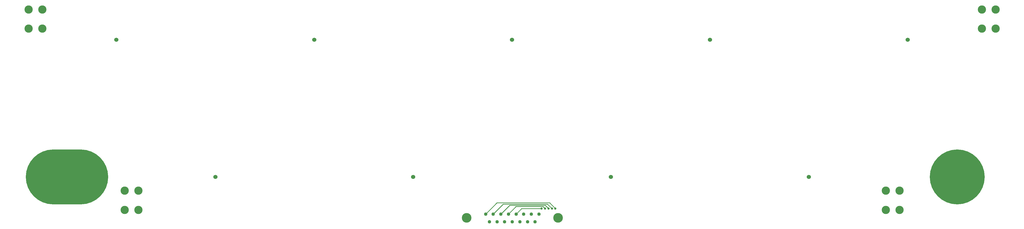
<source format=gbr>
%TF.GenerationSoftware,KiCad,Pcbnew,(5.1.6)-1*%
%TF.CreationDate,2022-08-08T14:05:23-07:00*%
%TF.ProjectId,NiCd Battery Shield - VP400KH,4e694364-2042-4617-9474-657279205368,1*%
%TF.SameCoordinates,Original*%
%TF.FileFunction,Copper,L2,Bot*%
%TF.FilePolarity,Positive*%
%FSLAX46Y46*%
G04 Gerber Fmt 4.6, Leading zero omitted, Abs format (unit mm)*
G04 Created by KiCad (PCBNEW (5.1.6)-1) date 2022-08-08 14:05:23*
%MOMM*%
%LPD*%
G01*
G04 APERTURE LIST*
%TA.AperFunction,ComponentPad*%
%ADD10C,1.524000*%
%TD*%
%TA.AperFunction,ComponentPad*%
%ADD11C,1.250000*%
%TD*%
%TA.AperFunction,ComponentPad*%
%ADD12C,3.500000*%
%TD*%
%TA.AperFunction,ComponentPad*%
%ADD13C,20.000000*%
%TD*%
%TA.AperFunction,ComponentPad*%
%ADD14C,0.500000*%
%TD*%
%TA.AperFunction,ComponentPad*%
%ADD15O,30.000000X20.000000*%
%TD*%
%TA.AperFunction,ComponentPad*%
%ADD16C,3.000000*%
%TD*%
%TA.AperFunction,ViaPad*%
%ADD17C,0.800000*%
%TD*%
%TA.AperFunction,Conductor*%
%ADD18C,0.250000*%
%TD*%
G04 APERTURE END LIST*
D10*
%TO.P,J4,1*%
%TO.N,Net-(J4-Pad1)*%
X292000000Y-135000000D03*
%TD*%
D11*
%TO.P,J6,15*%
%TO.N,Net-(J6-Pad15)*%
X228385000Y-201340000D03*
%TO.P,J6,14*%
%TO.N,Net-(J6-Pad14)*%
X225615000Y-201340000D03*
%TO.P,J6,13*%
%TO.N,Net-(J6-Pad13)*%
X222845000Y-201340000D03*
%TO.P,J6,12*%
%TO.N,Net-(J6-Pad12)*%
X220075000Y-201340000D03*
%TO.P,J6,11*%
%TO.N,Net-(J12-Pad1)*%
X217305000Y-201340000D03*
%TO.P,J6,10*%
%TO.N,Net-(J11-Pad1)*%
X214535000Y-201340000D03*
%TO.P,J6,9*%
%TO.N,Net-(J10-Pad1)*%
X211765000Y-201340000D03*
%TO.P,J6,8*%
%TO.N,Net-(J6-Pad8)*%
X229770000Y-198500000D03*
%TO.P,J6,7*%
%TO.N,Net-(J6-Pad7)*%
X227000000Y-198500000D03*
%TO.P,J6,6*%
%TO.N,Net-(J6-Pad6)*%
X224230000Y-198500000D03*
%TO.P,J6,5*%
%TO.N,Net-(J5-Pad1)*%
X221460000Y-198500000D03*
%TO.P,J6,4*%
%TO.N,Net-(J4-Pad1)*%
X218690000Y-198500000D03*
%TO.P,J6,3*%
%TO.N,Net-(J3-Pad1)*%
X215920000Y-198500000D03*
%TO.P,J6,2*%
%TO.N,Net-(J2-Pad1)*%
X213150000Y-198500000D03*
%TO.P,J6,1*%
%TO.N,Net-(J1-Pad1)*%
X210380000Y-198500000D03*
D12*
%TO.P,J6,*%
%TO.N,*%
X236725000Y-199920000D03*
X203425000Y-199920000D03*
%TD*%
D10*
%TO.P,J3,1*%
%TO.N,Net-(J3-Pad1)*%
X328000000Y-185000000D03*
%TD*%
D13*
%TO.P,J1,1*%
%TO.N,Net-(J1-Pad1)*%
X382000000Y-185000000D03*
D14*
X382000000Y-178650000D03*
X379828172Y-179032952D03*
X377918299Y-180135618D03*
X376500739Y-181825000D03*
X375746471Y-183897334D03*
X375746471Y-186102666D03*
X376500739Y-188175000D03*
X377918299Y-189864382D03*
X379828172Y-190967048D03*
X382000000Y-191350000D03*
X384171828Y-190967048D03*
X386081701Y-189864382D03*
X387499261Y-188175000D03*
X388253529Y-186102666D03*
X388253529Y-183897334D03*
X387499261Y-181825000D03*
X386081701Y-180135618D03*
X384171828Y-179032952D03*
X382000000Y-177380000D03*
X379393807Y-177839542D03*
X377101958Y-179162741D03*
X375400886Y-181190000D03*
X374495765Y-183676801D03*
X374495765Y-186323199D03*
X375400886Y-188810000D03*
X377101958Y-190837259D03*
X379393807Y-192160458D03*
X382000000Y-192620000D03*
X384606193Y-192160458D03*
X386898042Y-190837259D03*
X388599114Y-188810000D03*
X389504235Y-186323199D03*
X389504235Y-183676801D03*
X388599114Y-181190000D03*
X386898042Y-179162741D03*
X384606193Y-177839542D03*
X382000000Y-176110000D03*
X378959441Y-176646133D03*
X376285618Y-178189865D03*
X374301034Y-180555000D03*
X373245059Y-183456268D03*
X373245059Y-186543732D03*
X374301034Y-189445000D03*
X376285618Y-191810135D03*
X378959441Y-193353867D03*
X382000000Y-193890000D03*
X385040559Y-193353867D03*
X387714382Y-191810135D03*
X389698966Y-189445000D03*
X390754941Y-186543732D03*
X390754941Y-183456268D03*
X389698966Y-180555000D03*
X387714382Y-178189865D03*
X385040559Y-176646133D03*
%TD*%
%TO.P,J12,1*%
%TO.N,Net-(J12-Pad1)*%
X58000000Y-193650000D03*
X58000000Y-191110000D03*
X60500000Y-192380000D03*
X60500000Y-191110000D03*
X60500000Y-193650000D03*
X58000000Y-192380000D03*
X55500000Y-193650000D03*
X55500000Y-191110000D03*
X55500000Y-192380000D03*
X58000000Y-178400000D03*
X58000000Y-177130000D03*
X58000000Y-175860000D03*
X60500000Y-178400000D03*
X60500000Y-175860000D03*
X60500000Y-177130000D03*
X55500000Y-178400000D03*
X55500000Y-177130000D03*
X55500000Y-175860000D03*
X68714382Y-191560135D03*
X63000000Y-191100000D03*
X63000000Y-178400000D03*
X65606193Y-177589542D03*
X63000000Y-192370000D03*
X69599114Y-188560000D03*
X66040559Y-176396133D03*
X68714382Y-177939865D03*
X70698966Y-180305000D03*
X63000000Y-177130000D03*
X63000000Y-193640000D03*
X70504235Y-183426801D03*
X68499261Y-187925000D03*
X65171828Y-178782952D03*
X71754941Y-183206268D03*
X70698966Y-189195000D03*
X66040559Y-193103867D03*
X63000000Y-175860000D03*
X67898042Y-178912741D03*
X69599114Y-180940000D03*
X70504235Y-186073199D03*
X67081701Y-189614382D03*
X68499261Y-181575000D03*
X67081701Y-179885618D03*
X65606193Y-191910458D03*
X65171828Y-190717048D03*
X67898042Y-190587259D03*
X69253529Y-183647334D03*
X71754941Y-186293732D03*
X69253529Y-185852666D03*
X47285618Y-191560135D03*
X44245059Y-186293732D03*
X46400886Y-188560000D03*
X53000000Y-191100000D03*
X46746471Y-183647334D03*
X53000000Y-178400000D03*
X46400886Y-180940000D03*
X48918299Y-189614382D03*
X53000000Y-192370000D03*
X53000000Y-177130000D03*
X53000000Y-193640000D03*
X50828172Y-178782952D03*
X50393807Y-177589542D03*
X50828172Y-190717048D03*
X49959441Y-193103867D03*
X45301034Y-189195000D03*
X45301034Y-180305000D03*
X45495765Y-183426801D03*
X47500739Y-181575000D03*
X47285618Y-177939865D03*
X47500739Y-187925000D03*
X49959441Y-176396133D03*
X53000000Y-175860000D03*
X48101958Y-178912741D03*
X50393807Y-191910458D03*
X48101958Y-190587259D03*
X46746471Y-185852666D03*
X48918299Y-179885618D03*
X44245059Y-183206268D03*
X45495765Y-186073199D03*
D15*
X58000000Y-185000000D03*
%TD*%
D10*
%TO.P,J7,1*%
%TO.N,Net-(J6-Pad6)*%
X220000000Y-135000000D03*
%TD*%
%TO.P,J11,1*%
%TO.N,Net-(J11-Pad1)*%
X76000000Y-135000000D03*
%TD*%
%TO.P,J10,1*%
%TO.N,Net-(J10-Pad1)*%
X112000000Y-185000000D03*
%TD*%
%TO.P,J9,1*%
%TO.N,Net-(J6-Pad8)*%
X148000000Y-135000000D03*
%TD*%
%TO.P,J8,1*%
%TO.N,Net-(J6-Pad7)*%
X184000000Y-185000000D03*
%TD*%
%TO.P,J5,1*%
%TO.N,Net-(J5-Pad1)*%
X256000000Y-185000000D03*
%TD*%
%TO.P,J2,1*%
%TO.N,Net-(J2-Pad1)*%
X364000000Y-135000000D03*
%TD*%
D16*
%TO.P,H1,1*%
%TO.N,N/C*%
X49000000Y-131000000D03*
X44000000Y-131000000D03*
X49000000Y-124000000D03*
X44000000Y-124000000D03*
%TD*%
%TO.P,H2,1*%
%TO.N,N/C*%
X84000000Y-197000000D03*
X79000000Y-197000000D03*
X84000000Y-190000000D03*
X79000000Y-190000000D03*
%TD*%
%TO.P,H3,1*%
%TO.N,N/C*%
X396000000Y-131000000D03*
X391000000Y-131000000D03*
X396000000Y-124000000D03*
X391000000Y-124000000D03*
%TD*%
%TO.P,H4,1*%
%TO.N,N/C*%
X361000000Y-197000000D03*
X356000000Y-197000000D03*
X361000000Y-190000000D03*
X356000000Y-190000000D03*
%TD*%
D17*
%TO.N,Net-(J1-Pad1)*%
X235750000Y-196500000D03*
%TO.N,Net-(J2-Pad1)*%
X234500000Y-196500000D03*
%TO.N,Net-(J3-Pad1)*%
X233250000Y-196500000D03*
%TO.N,Net-(J4-Pad1)*%
X232000000Y-196500000D03*
%TO.N,Net-(J5-Pad1)*%
X230750000Y-196500000D03*
%TD*%
D18*
%TO.N,Net-(J1-Pad1)*%
X233674972Y-194424972D02*
X214455028Y-194424972D01*
X214455028Y-194424972D02*
X210380000Y-198500000D01*
X235750000Y-196500000D02*
X233674972Y-194424972D01*
%TO.N,Net-(J2-Pad1)*%
X216775019Y-194874981D02*
X213150000Y-198500000D01*
X232874981Y-194874981D02*
X216775019Y-194874981D01*
X234500000Y-196500000D02*
X232874981Y-194874981D01*
%TO.N,Net-(J3-Pad1)*%
X219095010Y-195324990D02*
X215920000Y-198500000D01*
X232074990Y-195324990D02*
X219095010Y-195324990D01*
X233250000Y-196500000D02*
X232074990Y-195324990D01*
%TO.N,Net-(J4-Pad1)*%
X221415001Y-195774999D02*
X218690000Y-198500000D01*
X231274999Y-195774999D02*
X221415001Y-195774999D01*
X232000000Y-196500000D02*
X231274999Y-195774999D01*
%TO.N,Net-(J5-Pad1)*%
X223460000Y-196500000D02*
X221460000Y-198500000D01*
X230750000Y-196500000D02*
X223460000Y-196500000D01*
%TD*%
M02*

</source>
